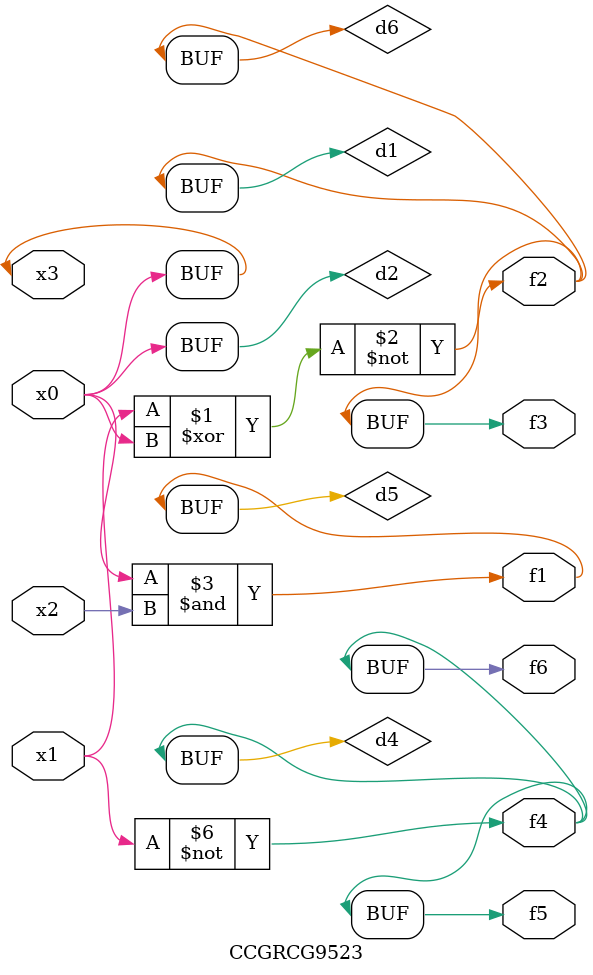
<source format=v>
module CCGRCG9523(
	input x0, x1, x2, x3,
	output f1, f2, f3, f4, f5, f6
);

	wire d1, d2, d3, d4, d5, d6;

	xnor (d1, x1, x3);
	buf (d2, x0, x3);
	nand (d3, x0, x2);
	not (d4, x1);
	nand (d5, d3);
	or (d6, d1);
	assign f1 = d5;
	assign f2 = d6;
	assign f3 = d6;
	assign f4 = d4;
	assign f5 = d4;
	assign f6 = d4;
endmodule

</source>
